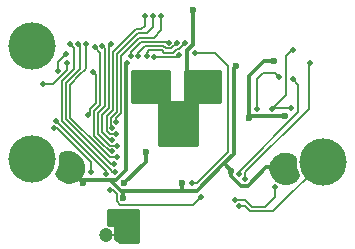
<source format=gbl>
G04 #@! TF.FileFunction,Copper,L2,Bot,Signal*
%FSLAX46Y46*%
G04 Gerber Fmt 4.6, Leading zero omitted, Abs format (unit mm)*
G04 Created by KiCad (PCBNEW 4.0.2-stable) date Mon 11 Apr 2016 05:04:25 PM CEST*
%MOMM*%
G01*
G04 APERTURE LIST*
%ADD10C,0.100000*%
%ADD11C,4.000000*%
%ADD12C,0.460000*%
%ADD13C,2.500000*%
%ADD14C,0.600000*%
%ADD15C,1.200000*%
%ADD16C,0.200000*%
%ADD17C,0.300000*%
%ADD18C,0.254000*%
G04 APERTURE END LIST*
D10*
D11*
X70200000Y-102100000D03*
X45600000Y-101900000D03*
X45600000Y-92300000D03*
D12*
X59155500Y-103891000D03*
X59405500Y-92891000D03*
D13*
X57955500Y-99291000D03*
D14*
X66105500Y-93616000D03*
X67030500Y-98266000D03*
X64005500Y-98391000D03*
X53405500Y-103941000D03*
X55243750Y-101256250D03*
D12*
X58918750Y-95743750D03*
D14*
X59255500Y-89241000D03*
D12*
X56581250Y-95743750D03*
X47800000Y-94400000D03*
X48500009Y-93000000D03*
X49505500Y-92141000D03*
X52505500Y-102341000D03*
X52655500Y-102941000D03*
X48805500Y-92141000D03*
X52755500Y-101741000D03*
X50205500Y-92141000D03*
X50905500Y-92441000D03*
X52355500Y-101241000D03*
X52355500Y-100241000D03*
X52255500Y-92141000D03*
X52755500Y-100741000D03*
X51555500Y-92291000D03*
X58005500Y-93091000D03*
X55916192Y-93209160D03*
X58555500Y-92041000D03*
X55303850Y-93200018D03*
X57855500Y-92041000D03*
X54600000Y-93200000D03*
X57155500Y-92041000D03*
X53987597Y-93200000D03*
X56552000Y-89794500D03*
X52740965Y-98750006D03*
X55850000Y-89796500D03*
X52387362Y-99250005D03*
X55148000Y-89798500D03*
X52740965Y-99750006D03*
D15*
X51835500Y-108321000D03*
D12*
X46500000Y-95550000D03*
X48549999Y-93767768D03*
X52230500Y-104491000D03*
X59905500Y-105091000D03*
X47455500Y-99291000D03*
X50605500Y-102991000D03*
X66155500Y-104266000D03*
X62805500Y-105341000D03*
D14*
X49905500Y-103941000D03*
D12*
X53630022Y-93791000D03*
D14*
X62855500Y-93991000D03*
X53305500Y-105191000D03*
X62450000Y-102896500D03*
X58305500Y-103891000D03*
D12*
X66505500Y-94941000D03*
X64605500Y-97691000D03*
X63155500Y-103141000D03*
X67705500Y-95141000D03*
X69105500Y-93791000D03*
X63605500Y-103591000D03*
X67680500Y-92691000D03*
X67530500Y-97591000D03*
X65905500Y-97641000D03*
X63121298Y-105865698D03*
X50365321Y-98130000D03*
X50767590Y-94500000D03*
X51883039Y-103132099D03*
X47605500Y-98691000D03*
D16*
X59155500Y-103891000D02*
X59605500Y-103891000D01*
X59605500Y-103891000D02*
X62205500Y-101291000D01*
X59405500Y-92891000D02*
X61105500Y-92891000D01*
X61105500Y-92891000D02*
X62205500Y-93991000D01*
X62205500Y-93991000D02*
X62205500Y-101291000D01*
X58055500Y-99591000D02*
X56855500Y-98391000D01*
X56581250Y-96216750D02*
X56855500Y-96491000D01*
X56855500Y-96491000D02*
X56855500Y-98391000D01*
X56581250Y-95743750D02*
X56581250Y-96216750D01*
X56581250Y-95743750D02*
X55243750Y-95743750D01*
D17*
X65230500Y-93616000D02*
X66105500Y-93616000D01*
X64005500Y-94841000D02*
X65230500Y-93616000D01*
X67030500Y-98266000D02*
X64130500Y-98266000D01*
X64130500Y-98266000D02*
X64005500Y-98391000D01*
X64005500Y-98391000D02*
X64005500Y-94841000D01*
X55243750Y-102102750D02*
X53405500Y-103941000D01*
X55243750Y-101256250D02*
X55243750Y-102102750D01*
X59255500Y-89191000D02*
X59255500Y-92191000D01*
X59255500Y-92191000D02*
X58755500Y-92691000D01*
X58755500Y-92691000D02*
X58755500Y-95530500D01*
X58755500Y-95580500D02*
X58918750Y-95743750D01*
D16*
X47800000Y-94400000D02*
X47800000Y-93700009D01*
X47800000Y-93700009D02*
X48500009Y-93000000D01*
X49655500Y-92316000D02*
X49505500Y-92166000D01*
X49505500Y-92166000D02*
X49505500Y-92141000D01*
X49655500Y-94246118D02*
X49655500Y-92316000D01*
X49555500Y-94346118D02*
X49655500Y-94246118D01*
X52505500Y-102341000D02*
X52272543Y-102341000D01*
X52272543Y-102341000D02*
X48452410Y-98520867D01*
X48452410Y-98520867D02*
X48452410Y-95449208D01*
X48452410Y-95449208D02*
X49555500Y-94346118D01*
X52374171Y-102941000D02*
X52655500Y-102941000D01*
X52274171Y-102841000D02*
X52374171Y-102941000D01*
X52274171Y-102841000D02*
X48100008Y-98666837D01*
X48100008Y-98666837D02*
X48100008Y-95303238D01*
X48100008Y-95303238D02*
X49108873Y-94294373D01*
X49108873Y-94294373D02*
X49108873Y-92444373D01*
X49108873Y-92444373D02*
X48805500Y-92141000D01*
X50205500Y-94191000D02*
X50205500Y-92141000D01*
X50082401Y-94317589D02*
X50082401Y-94314099D01*
X50082401Y-94314099D02*
X50205500Y-94191000D01*
X49682245Y-94717745D02*
X50082401Y-94317589D01*
X48804812Y-98374897D02*
X48804812Y-95595178D01*
X51413208Y-100983293D02*
X48804812Y-98374897D01*
X52170915Y-101741000D02*
X51413208Y-100983293D01*
X52755500Y-101741000D02*
X52170915Y-101741000D01*
X48804812Y-95595178D02*
X49682245Y-94717745D01*
X50847739Y-98791000D02*
X50847739Y-97826083D01*
X50847739Y-97826083D02*
X51294161Y-97379661D01*
X50847739Y-99919452D02*
X50847739Y-98791000D01*
X51387394Y-100459107D02*
X50847739Y-99919452D01*
X52169287Y-101241000D02*
X51387394Y-100459107D01*
X52355500Y-101241000D02*
X52169287Y-101241000D01*
X51294161Y-97379661D02*
X51385570Y-97288252D01*
X51385570Y-92921070D02*
X50905500Y-92441000D01*
X51385570Y-97288252D02*
X51385570Y-92921070D01*
X51294161Y-97379661D02*
X51244161Y-97429661D01*
X51892533Y-97778033D02*
X52090374Y-97580192D01*
X51552543Y-99627512D02*
X51552543Y-98441000D01*
X51552543Y-98441000D02*
X51552543Y-98118023D01*
X51552543Y-98118023D02*
X51892533Y-97778033D01*
X52166031Y-100241000D02*
X51685766Y-99760735D01*
X52355500Y-100241000D02*
X52166031Y-100241000D01*
X51685766Y-99760735D02*
X51552543Y-99627512D01*
X52090374Y-92306126D02*
X52255500Y-92141000D01*
X52090374Y-97580192D02*
X52090374Y-92306126D01*
X51568347Y-97603847D02*
X51737972Y-97434222D01*
X51737972Y-97434222D02*
X51737972Y-92473472D01*
X51737972Y-92473472D02*
X51555500Y-92291000D01*
X51586580Y-100159921D02*
X51200141Y-99773482D01*
X52755500Y-100741000D02*
X52167659Y-100741000D01*
X52167659Y-100741000D02*
X51586580Y-100159921D01*
X51200141Y-97972053D02*
X51568347Y-97603847D01*
X51200141Y-99773482D02*
X51200141Y-97972053D01*
X57868279Y-93228221D02*
X58005500Y-93091000D01*
X56632001Y-93228221D02*
X57868279Y-93228221D01*
X55916192Y-93209160D02*
X56612940Y-93209160D01*
X56612940Y-93209160D02*
X56632001Y-93228221D01*
X57853883Y-92541000D02*
X58055500Y-92541000D01*
X58055500Y-92541000D02*
X58555500Y-92041000D01*
X57519072Y-92875811D02*
X57853883Y-92541000D01*
X55303850Y-93200018D02*
X55303850Y-92874749D01*
X55303850Y-92874749D02*
X55518958Y-92659641D01*
X56561805Y-92659641D02*
X56777974Y-92875811D01*
X55518958Y-92659641D02*
X56561805Y-92659641D01*
X56777974Y-92875811D02*
X57519072Y-92875811D01*
X57373099Y-92523401D02*
X57855500Y-92041000D01*
X55167501Y-92307230D02*
X56707776Y-92307230D01*
X56707776Y-92307230D02*
X56923947Y-92523401D01*
X56923947Y-92523401D02*
X57373099Y-92523401D01*
X54600000Y-93200000D02*
X54600000Y-92874731D01*
X54600000Y-92874731D02*
X55167501Y-92307230D01*
X57069321Y-91954821D02*
X57155500Y-92041000D01*
X54845179Y-91954821D02*
X57069321Y-91954821D01*
X53987597Y-93200000D02*
X53987597Y-92812403D01*
X53987597Y-92812403D02*
X54845179Y-91954821D01*
X53147612Y-93148888D02*
X54694089Y-91602411D01*
X54694089Y-91602411D02*
X55897589Y-91602411D01*
X53147612Y-98018090D02*
X53147612Y-93148888D01*
X56552000Y-89794500D02*
X56552000Y-90948000D01*
X56552000Y-90948000D02*
X55897589Y-91602411D01*
X53147612Y-98018090D02*
X52740965Y-98424737D01*
X52740965Y-98424737D02*
X52740965Y-98750006D01*
X52795202Y-93001298D02*
X54546500Y-91250000D01*
X54546500Y-91250000D02*
X55346500Y-91250000D01*
X52795202Y-97872118D02*
X52795202Y-93001298D01*
X52387362Y-99250005D02*
X52258564Y-99121207D01*
X52258564Y-99121207D02*
X52258564Y-98408756D01*
X52258564Y-98408756D02*
X52795202Y-97872118D01*
X55850000Y-90735500D02*
X55850000Y-89796500D01*
X55346500Y-91250000D02*
X55855500Y-90741000D01*
X55855500Y-90741000D02*
X55850000Y-90735500D01*
X52442792Y-92853708D02*
X54398910Y-90897590D01*
X54398910Y-90897590D02*
X54852410Y-90897590D01*
X52442792Y-97726146D02*
X52442792Y-92853708D01*
X55148000Y-89798500D02*
X55148000Y-90602000D01*
X52442792Y-97726146D02*
X51904961Y-98263977D01*
X55148000Y-90602000D02*
X54852410Y-90897590D01*
X51904961Y-98263977D02*
X51904961Y-99481558D01*
X51904961Y-99481558D02*
X52173409Y-99750006D01*
X52173409Y-99750006D02*
X52740965Y-99750006D01*
X52965500Y-108321000D02*
X53165500Y-108121000D01*
X51835500Y-108321000D02*
X52965500Y-108321000D01*
X46500000Y-95550000D02*
X47354853Y-95550000D01*
X47354853Y-95550000D02*
X48549999Y-94354854D01*
X48549999Y-94354854D02*
X48549999Y-93767768D01*
X52753099Y-105456153D02*
X53040347Y-105743401D01*
X52436407Y-104491000D02*
X52753099Y-104807692D01*
X52753099Y-104807692D02*
X52753099Y-105456153D01*
X53040347Y-105743401D02*
X59253099Y-105743401D01*
X59253099Y-105743401D02*
X59905500Y-105091000D01*
X52230500Y-104491000D02*
X52436407Y-104491000D01*
X50605500Y-102169073D02*
X50605500Y-102991000D01*
X47727427Y-99291000D02*
X50605500Y-102169073D01*
X47455500Y-99291000D02*
X47727427Y-99291000D01*
X62805500Y-105341000D02*
X63605500Y-105341000D01*
X63605500Y-105341000D02*
X64178090Y-105913590D01*
X64178090Y-105913590D02*
X65357910Y-105913590D01*
X65357910Y-105913590D02*
X66130500Y-105141000D01*
X66130500Y-105141000D02*
X66130500Y-104291000D01*
X66130500Y-104291000D02*
X66155500Y-104266000D01*
D17*
X49905500Y-103941000D02*
X50155500Y-103691000D01*
X49655500Y-103691000D02*
X49055500Y-103091000D01*
X50155500Y-103691000D02*
X49655500Y-103691000D01*
X51405500Y-103691000D02*
X50155500Y-103691000D01*
X58305500Y-103891000D02*
X58305500Y-104541000D01*
X58305500Y-104541000D02*
X58355500Y-104591000D01*
X52205500Y-103691000D02*
X52705500Y-103691000D01*
X52705500Y-103691000D02*
X53550022Y-102846478D01*
X53550022Y-102846478D02*
X53550022Y-93871000D01*
X53550022Y-93871000D02*
X53630022Y-93791000D01*
X62655500Y-94191000D02*
X62855500Y-93991000D01*
X62655500Y-100441000D02*
X62655500Y-94191000D01*
X65405500Y-102591000D02*
X67055500Y-102591000D01*
X63855500Y-104141000D02*
X65405500Y-102591000D01*
X63305500Y-104141000D02*
X63855500Y-104141000D01*
X62450000Y-103285500D02*
X63305500Y-104141000D01*
X62450000Y-102896500D02*
X62450000Y-103285500D01*
X53305500Y-105191000D02*
X53305500Y-104791000D01*
X53305500Y-104791000D02*
X53105500Y-104591000D01*
X59555500Y-104591000D02*
X58355500Y-104591000D01*
X58355500Y-104591000D02*
X53105500Y-104591000D01*
X52205500Y-103691000D02*
X51405500Y-103691000D01*
X61805500Y-102341000D02*
X59555500Y-104591000D01*
X53105500Y-104591000D02*
X52205500Y-103691000D01*
X62450000Y-102896500D02*
X61894500Y-102341000D01*
X61894500Y-102341000D02*
X61805500Y-102341000D01*
X62655500Y-101491000D02*
X61805500Y-102341000D01*
X62655500Y-100441000D02*
X62655500Y-101491000D01*
D16*
X65155500Y-94591000D02*
X66155500Y-94591000D01*
X66505500Y-94941000D02*
X66155500Y-94591000D01*
X64605500Y-95141000D02*
X65155500Y-94591000D01*
X64605500Y-97691000D02*
X64605500Y-95141000D01*
X67705500Y-95141000D02*
X68155500Y-95591000D01*
X68155500Y-95591000D02*
X68155500Y-97941000D01*
X68155500Y-97941000D02*
X63155500Y-102941000D01*
X63155500Y-102941000D02*
X63155500Y-103141000D01*
X69005500Y-93891000D02*
X69105500Y-93791000D01*
X69005500Y-97641000D02*
X69005500Y-93891000D01*
X69005500Y-97641000D02*
X63655500Y-102991000D01*
X63655500Y-103541000D02*
X63605500Y-103591000D01*
X63655500Y-102991000D02*
X63655500Y-103541000D01*
X67105500Y-93166000D02*
X67580500Y-92691000D01*
X67580500Y-92691000D02*
X67680500Y-92691000D01*
X67105500Y-93691000D02*
X67105500Y-93166000D01*
X67530500Y-97591000D02*
X65955500Y-97591000D01*
X65955500Y-97591000D02*
X65905500Y-97641000D01*
X65905500Y-97641000D02*
X66730500Y-96816000D01*
X66730500Y-96816000D02*
X67105500Y-96441000D01*
X67105500Y-96441000D02*
X67105500Y-93691000D01*
X70200000Y-102100000D02*
X66034000Y-106266000D01*
X66034000Y-106266000D02*
X64032118Y-106266000D01*
X64032118Y-106266000D02*
X63631816Y-105865698D01*
X63631816Y-105865698D02*
X63121298Y-105865698D01*
X50365321Y-98130000D02*
X50370000Y-98130000D01*
X50370000Y-98130000D02*
X50495321Y-98004679D01*
X50495321Y-98004679D02*
X50495321Y-97680085D01*
X50495321Y-97680085D02*
X51033152Y-97142255D01*
X51033152Y-97142255D02*
X51033152Y-94765562D01*
X51033152Y-94765562D02*
X50767590Y-94500000D01*
X51883039Y-103132099D02*
X51855500Y-103104560D01*
X51855500Y-103104560D02*
X51855500Y-102920701D01*
X51855500Y-102920701D02*
X47625799Y-98691000D01*
X47625799Y-98691000D02*
X47605500Y-98691000D01*
X47625799Y-98691000D02*
X47605500Y-98691000D01*
D18*
G36*
X57173000Y-97073000D02*
X54027022Y-97073000D01*
X54027022Y-94427000D01*
X57173000Y-94427000D01*
X57173000Y-97073000D01*
X57173000Y-97073000D01*
G37*
X57173000Y-97073000D02*
X54027022Y-97073000D01*
X54027022Y-94427000D01*
X57173000Y-94427000D01*
X57173000Y-97073000D01*
G36*
X61470500Y-97073000D02*
X58527000Y-97073000D01*
X58527000Y-94427000D01*
X61470500Y-94427000D01*
X61470500Y-97073000D01*
X61470500Y-97073000D01*
G37*
X61470500Y-97073000D02*
X58527000Y-97073000D01*
X58527000Y-94427000D01*
X61470500Y-94427000D01*
X61470500Y-97073000D01*
G36*
X49076043Y-101360724D02*
X49335201Y-101502644D01*
X49739552Y-101906995D01*
X49849766Y-102095933D01*
X49931711Y-102496554D01*
X49895631Y-102857357D01*
X49731671Y-103230821D01*
X49460691Y-103537932D01*
X49084570Y-103730579D01*
X48841916Y-103793489D01*
X48547212Y-103802420D01*
X48192897Y-103693400D01*
X47881619Y-103501140D01*
X47675089Y-103276651D01*
X47604775Y-103139930D01*
X47926596Y-102364900D01*
X47927303Y-101554433D01*
X48166294Y-101395105D01*
X48432323Y-101306429D01*
X48759172Y-101297350D01*
X49076043Y-101360724D01*
X49076043Y-101360724D01*
G37*
X49076043Y-101360724D02*
X49335201Y-101502644D01*
X49739552Y-101906995D01*
X49849766Y-102095933D01*
X49931711Y-102496554D01*
X49895631Y-102857357D01*
X49731671Y-103230821D01*
X49460691Y-103537932D01*
X49084570Y-103730579D01*
X48841916Y-103793489D01*
X48547212Y-103802420D01*
X48192897Y-103693400D01*
X47881619Y-103501140D01*
X47675089Y-103276651D01*
X47604775Y-103139930D01*
X47926596Y-102364900D01*
X47927303Y-101554433D01*
X48166294Y-101395105D01*
X48432323Y-101306429D01*
X48759172Y-101297350D01*
X49076043Y-101360724D01*
G36*
X67277677Y-101426429D02*
X67543706Y-101515105D01*
X67817720Y-101697781D01*
X67873298Y-101756285D01*
X67872597Y-102560838D01*
X68136405Y-103199302D01*
X68034911Y-103396651D01*
X67828381Y-103621140D01*
X67517103Y-103813400D01*
X67162788Y-103922420D01*
X66868084Y-103913489D01*
X66625430Y-103850579D01*
X66249309Y-103657932D01*
X65978329Y-103350821D01*
X65814369Y-102977357D01*
X65778289Y-102616554D01*
X65860234Y-102215933D01*
X66051420Y-101888186D01*
X66246949Y-101692657D01*
X66633957Y-101480724D01*
X66950828Y-101417350D01*
X67277677Y-101426429D01*
X67277677Y-101426429D01*
G37*
X67277677Y-101426429D02*
X67543706Y-101515105D01*
X67817720Y-101697781D01*
X67873298Y-101756285D01*
X67872597Y-102560838D01*
X68136405Y-103199302D01*
X68034911Y-103396651D01*
X67828381Y-103621140D01*
X67517103Y-103813400D01*
X67162788Y-103922420D01*
X66868084Y-103913489D01*
X66625430Y-103850579D01*
X66249309Y-103657932D01*
X65978329Y-103350821D01*
X65814369Y-102977357D01*
X65778289Y-102616554D01*
X65860234Y-102215933D01*
X66051420Y-101888186D01*
X66246949Y-101692657D01*
X66633957Y-101480724D01*
X66950828Y-101417350D01*
X67277677Y-101426429D01*
G36*
X54573000Y-108873000D02*
X53061622Y-108873000D01*
X52973446Y-108835961D01*
X52627000Y-108628093D01*
X52627000Y-107600000D01*
X52616994Y-107550590D01*
X52588553Y-107508965D01*
X52546159Y-107481685D01*
X52500000Y-107473000D01*
X52027000Y-107473000D01*
X52027000Y-106227000D01*
X54573000Y-106227000D01*
X54573000Y-108873000D01*
X54573000Y-108873000D01*
G37*
X54573000Y-108873000D02*
X53061622Y-108873000D01*
X52973446Y-108835961D01*
X52627000Y-108628093D01*
X52627000Y-107600000D01*
X52616994Y-107550590D01*
X52588553Y-107508965D01*
X52546159Y-107481685D01*
X52500000Y-107473000D01*
X52027000Y-107473000D01*
X52027000Y-106227000D01*
X54573000Y-106227000D01*
X54573000Y-108873000D01*
G36*
X59528500Y-100664000D02*
X56382500Y-100664000D01*
X56382500Y-97018000D01*
X59528500Y-97018000D01*
X59528500Y-100664000D01*
X59528500Y-100664000D01*
G37*
X59528500Y-100664000D02*
X56382500Y-100664000D01*
X56382500Y-97018000D01*
X59528500Y-97018000D01*
X59528500Y-100664000D01*
M02*

</source>
